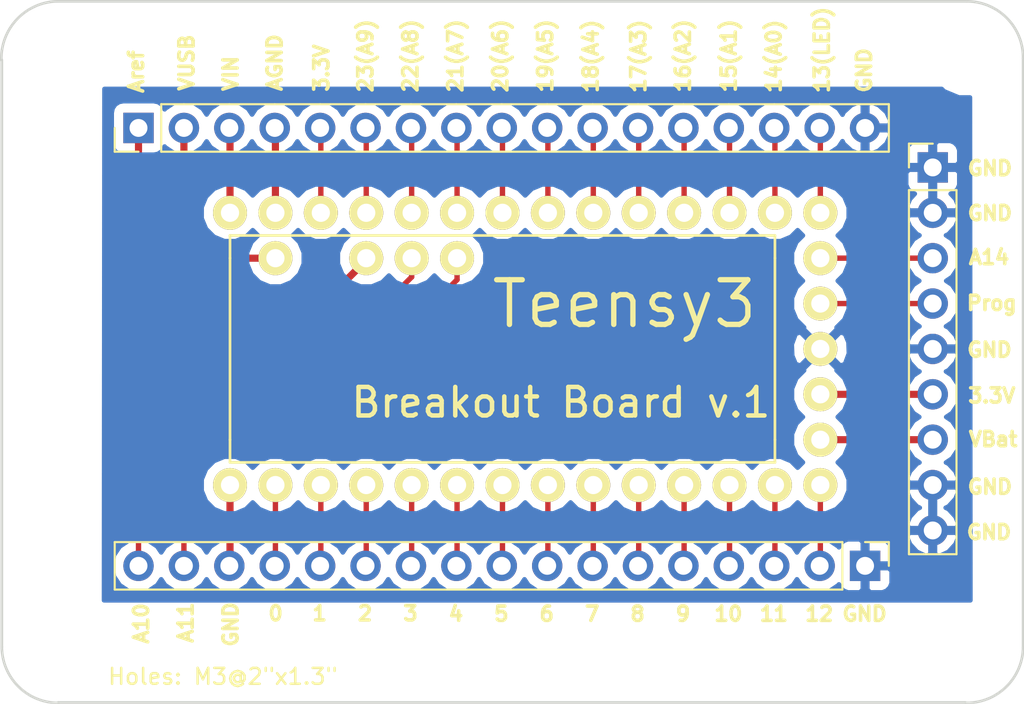
<source format=kicad_pcb>
(kicad_pcb (version 4) (host pcbnew 4.0.6)

  (general
    (links 43)
    (no_connects 0)
    (area 123.166248 76.1464 200.353553 119.071)
    (thickness 1.6)
    (drawings 54)
    (tracks 80)
    (zones 0)
    (modules 8)
    (nets 38)
  )

  (page A4)
  (layers
    (0 F.Cu signal)
    (31 B.Cu signal hide)
    (32 B.Adhes user hide)
    (33 F.Adhes user hide)
    (34 B.Paste user hide)
    (35 F.Paste user hide)
    (36 B.SilkS user)
    (37 F.SilkS user)
    (38 B.Mask user)
    (39 F.Mask user hide)
    (40 Dwgs.User user)
    (41 Cmts.User user)
    (42 Eco1.User user)
    (43 Eco2.User user)
    (44 Edge.Cuts user)
    (45 Margin user)
    (46 B.CrtYd user)
    (47 F.CrtYd user)
    (48 B.Fab user)
    (49 F.Fab user hide)
  )

  (setup
    (last_trace_width 0.3)
    (trace_clearance 0.2)
    (zone_clearance 0.508)
    (zone_45_only no)
    (trace_min 0.2)
    (segment_width 0.2)
    (edge_width 0.15)
    (via_size 0.6)
    (via_drill 0.4)
    (via_min_size 0.4)
    (via_min_drill 0.3)
    (uvia_size 0.3)
    (uvia_drill 0.1)
    (uvias_allowed no)
    (uvia_min_size 0.2)
    (uvia_min_drill 0.1)
    (pcb_text_width 0.2)
    (pcb_text_size 0.8 0.8)
    (mod_edge_width 0.15)
    (mod_text_size 1 1)
    (mod_text_width 0.15)
    (pad_size 1.524 1.524)
    (pad_drill 0.762)
    (pad_to_mask_clearance 0.2)
    (aux_axis_origin 0 0)
    (visible_elements FFFFFF8F)
    (pcbplotparams
      (layerselection 0x00030_80000001)
      (usegerberextensions false)
      (excludeedgelayer true)
      (linewidth 0.100000)
      (plotframeref false)
      (viasonmask false)
      (mode 1)
      (useauxorigin false)
      (hpglpennumber 1)
      (hpglpenspeed 20)
      (hpglpendiameter 15)
      (hpglpenoverlay 2)
      (psnegative false)
      (psa4output false)
      (plotreference true)
      (plotvalue true)
      (plotinvisibletext false)
      (padsonsilk false)
      (subtractmaskfromsilk false)
      (outputformat 1)
      (mirror false)
      (drillshape 1)
      (scaleselection 1)
      (outputdirectory ""))
  )

  (net 0 "")
  (net 1 25)
  (net 2 12)
  (net 3 11)
  (net 4 10)
  (net 5 9)
  (net 6 8)
  (net 7 7)
  (net 8 6)
  (net 9 5)
  (net 10 4)
  (net 11 3)
  (net 12 2)
  (net 13 1)
  (net 14 0)
  (net 15 28)
  (net 16 29)
  (net 17 36)
  (net 18 35)
  (net 19 24)
  (net 20 23)
  (net 21 22)
  (net 22 21)
  (net 23 20)
  (net 24 19)
  (net 25 18)
  (net 26 17)
  (net 27 16)
  (net 28 15)
  (net 29 14)
  (net 30 13)
  (net 31 30)
  (net 32 27)
  (net 33 31)
  (net 34 32)
  (net 35 26)
  (net 36 34)
  (net 37 33)

  (net_class Default "This is the default net class."
    (clearance 0.2)
    (trace_width 0.3)
    (via_dia 0.6)
    (via_drill 0.4)
    (uvia_dia 0.3)
    (uvia_drill 0.1)
    (add_net 0)
    (add_net 1)
    (add_net 10)
    (add_net 11)
    (add_net 12)
    (add_net 13)
    (add_net 14)
    (add_net 15)
    (add_net 16)
    (add_net 17)
    (add_net 18)
    (add_net 19)
    (add_net 2)
    (add_net 20)
    (add_net 21)
    (add_net 22)
    (add_net 23)
    (add_net 24)
    (add_net 28)
    (add_net 29)
    (add_net 3)
    (add_net 35)
    (add_net 36)
    (add_net 4)
    (add_net 5)
    (add_net 6)
    (add_net 7)
    (add_net 8)
    (add_net 9)
  )

  (net_class GND ""
    (clearance 0.3)
    (trace_width 0.4)
    (via_dia 0.6)
    (via_drill 0.4)
    (uvia_dia 0.3)
    (uvia_drill 0.1)
    (add_net 25)
    (add_net 26)
    (add_net 27)
    (add_net 30)
    (add_net 31)
    (add_net 32)
    (add_net 33)
    (add_net 34)
  )

  (module Pin_Headers:Pin_Header_Straight_1x17_Pitch2.54mm (layer F.Cu) (tedit 59D761E9) (tstamp 59D74329)
    (at 181.483 109.5248 270)
    (descr "Through hole straight pin header, 1x17, 2.54mm pitch, single row")
    (tags "Through hole pin header THT 1x17 2.54mm single row")
    (path /59D735BB)
    (fp_text reference J1 (at 0 -2.33 270) (layer F.SilkS) hide
      (effects (font (size 1 1) (thickness 0.15)))
    )
    (fp_text value CONN_01X15 (at 2.6416 37.7444 360) (layer F.Fab)
      (effects (font (size 1 1) (thickness 0.15)))
    )
    (fp_line (start -0.635 -1.27) (end 1.27 -1.27) (layer F.Fab) (width 0.1))
    (fp_line (start 1.27 -1.27) (end 1.27 41.91) (layer F.Fab) (width 0.1))
    (fp_line (start 1.27 41.91) (end -1.27 41.91) (layer F.Fab) (width 0.1))
    (fp_line (start -1.27 41.91) (end -1.27 -0.635) (layer F.Fab) (width 0.1))
    (fp_line (start -1.27 -0.635) (end -0.635 -1.27) (layer F.Fab) (width 0.1))
    (fp_line (start -1.33 41.97) (end 1.33 41.97) (layer F.SilkS) (width 0.12))
    (fp_line (start -1.33 1.27) (end -1.33 41.97) (layer F.SilkS) (width 0.12))
    (fp_line (start 1.33 1.27) (end 1.33 41.97) (layer F.SilkS) (width 0.12))
    (fp_line (start -1.33 1.27) (end 1.33 1.27) (layer F.SilkS) (width 0.12))
    (fp_line (start -1.33 0) (end -1.33 -1.33) (layer F.SilkS) (width 0.12))
    (fp_line (start -1.33 -1.33) (end 0 -1.33) (layer F.SilkS) (width 0.12))
    (fp_line (start -1.8 -1.8) (end -1.8 42.45) (layer F.CrtYd) (width 0.05))
    (fp_line (start -1.8 42.45) (end 1.8 42.45) (layer F.CrtYd) (width 0.05))
    (fp_line (start 1.8 42.45) (end 1.8 -1.8) (layer F.CrtYd) (width 0.05))
    (fp_line (start 1.8 -1.8) (end -1.8 -1.8) (layer F.CrtYd) (width 0.05))
    (fp_text user %R (at 0 20.32 360) (layer F.Fab)
      (effects (font (size 1 1) (thickness 0.15)))
    )
    (pad 1 thru_hole rect (at 0 0 270) (size 1.7 1.7) (drill 1) (layers *.Cu *.Mask)
      (net 31 30))
    (pad 2 thru_hole oval (at 0 2.54 270) (size 1.7 1.7) (drill 1) (layers *.Cu *.Mask)
      (net 2 12))
    (pad 3 thru_hole oval (at 0 5.08 270) (size 1.7 1.7) (drill 1) (layers *.Cu *.Mask)
      (net 3 11))
    (pad 4 thru_hole oval (at 0 7.62 270) (size 1.7 1.7) (drill 1) (layers *.Cu *.Mask)
      (net 4 10))
    (pad 5 thru_hole oval (at 0 10.16 270) (size 1.7 1.7) (drill 1) (layers *.Cu *.Mask)
      (net 5 9))
    (pad 6 thru_hole oval (at 0 12.7 270) (size 1.7 1.7) (drill 1) (layers *.Cu *.Mask)
      (net 6 8))
    (pad 7 thru_hole oval (at 0 15.24 270) (size 1.7 1.7) (drill 1) (layers *.Cu *.Mask)
      (net 7 7))
    (pad 8 thru_hole oval (at 0 17.78 270) (size 1.7 1.7) (drill 1) (layers *.Cu *.Mask)
      (net 8 6))
    (pad 9 thru_hole oval (at 0 20.32 270) (size 1.7 1.7) (drill 1) (layers *.Cu *.Mask)
      (net 9 5))
    (pad 10 thru_hole oval (at 0 22.86 270) (size 1.7 1.7) (drill 1) (layers *.Cu *.Mask)
      (net 10 4))
    (pad 11 thru_hole oval (at 0 25.4 270) (size 1.7 1.7) (drill 1) (layers *.Cu *.Mask)
      (net 11 3))
    (pad 12 thru_hole oval (at 0 27.94 270) (size 1.7 1.7) (drill 1) (layers *.Cu *.Mask)
      (net 12 2))
    (pad 13 thru_hole oval (at 0 30.48 270) (size 1.7 1.7) (drill 1) (layers *.Cu *.Mask)
      (net 13 1))
    (pad 14 thru_hole oval (at 0 33.02 270) (size 1.7 1.7) (drill 1) (layers *.Cu *.Mask)
      (net 14 0))
    (pad 15 thru_hole oval (at 0 35.56 270) (size 1.7 1.7) (drill 1) (layers *.Cu *.Mask)
      (net 32 27))
    (pad 16 thru_hole oval (at 0 38.1 270) (size 1.7 1.7) (drill 1) (layers *.Cu *.Mask)
      (net 17 36))
    (pad 17 thru_hole oval (at 0 40.64 270) (size 1.7 1.7) (drill 1) (layers *.Cu *.Mask)
      (net 18 35))
    (model ${KISYS3DMOD}/Pin_Headers.3dshapes/Pin_Header_Straight_1x17_Pitch2.54mm.wrl
      (at (xyz 0 0 0))
      (scale (xyz 1 1 1))
      (rotate (xyz 0 0 0))
    )
  )

  (module Pin_Headers:Pin_Header_Straight_1x09_Pitch2.54mm (layer F.Cu) (tedit 59D761E6) (tstamp 59D74336)
    (at 185.2676 87.2236)
    (descr "Through hole straight pin header, 1x09, 2.54mm pitch, single row")
    (tags "Through hole pin header THT 1x09 2.54mm single row")
    (path /59D73A02)
    (fp_text reference J2 (at 0 -2.33) (layer F.SilkS) hide
      (effects (font (size 1 1) (thickness 0.15)))
    )
    (fp_text value CONN_01X09 (at 2.8448 3.2766 90) (layer F.Fab)
      (effects (font (size 1 1) (thickness 0.15)))
    )
    (fp_line (start -0.635 -1.27) (end 1.27 -1.27) (layer F.Fab) (width 0.1))
    (fp_line (start 1.27 -1.27) (end 1.27 21.59) (layer F.Fab) (width 0.1))
    (fp_line (start 1.27 21.59) (end -1.27 21.59) (layer F.Fab) (width 0.1))
    (fp_line (start -1.27 21.59) (end -1.27 -0.635) (layer F.Fab) (width 0.1))
    (fp_line (start -1.27 -0.635) (end -0.635 -1.27) (layer F.Fab) (width 0.1))
    (fp_line (start -1.33 21.65) (end 1.33 21.65) (layer F.SilkS) (width 0.12))
    (fp_line (start -1.33 1.27) (end -1.33 21.65) (layer F.SilkS) (width 0.12))
    (fp_line (start 1.33 1.27) (end 1.33 21.65) (layer F.SilkS) (width 0.12))
    (fp_line (start -1.33 1.27) (end 1.33 1.27) (layer F.SilkS) (width 0.12))
    (fp_line (start -1.33 0) (end -1.33 -1.33) (layer F.SilkS) (width 0.12))
    (fp_line (start -1.33 -1.33) (end 0 -1.33) (layer F.SilkS) (width 0.12))
    (fp_line (start -1.8 -1.8) (end -1.8 22.1) (layer F.CrtYd) (width 0.05))
    (fp_line (start -1.8 22.1) (end 1.8 22.1) (layer F.CrtYd) (width 0.05))
    (fp_line (start 1.8 22.1) (end 1.8 -1.8) (layer F.CrtYd) (width 0.05))
    (fp_line (start 1.8 -1.8) (end -1.8 -1.8) (layer F.CrtYd) (width 0.05))
    (fp_text user %R (at 0 10.16 90) (layer F.Fab)
      (effects (font (size 1 1) (thickness 0.15)))
    )
    (pad 1 thru_hole rect (at 0 0) (size 1.7 1.7) (drill 1) (layers *.Cu *.Mask)
      (net 31 30))
    (pad 2 thru_hole oval (at 0 2.54) (size 1.7 1.7) (drill 1) (layers *.Cu *.Mask)
      (net 31 30))
    (pad 3 thru_hole oval (at 0 5.08) (size 1.7 1.7) (drill 1) (layers *.Cu *.Mask)
      (net 15 28))
    (pad 4 thru_hole oval (at 0 7.62) (size 1.7 1.7) (drill 1) (layers *.Cu *.Mask)
      (net 16 29))
    (pad 5 thru_hole oval (at 0 10.16) (size 1.7 1.7) (drill 1) (layers *.Cu *.Mask)
      (net 31 30))
    (pad 6 thru_hole oval (at 0 12.7) (size 1.7 1.7) (drill 1) (layers *.Cu *.Mask)
      (net 33 31))
    (pad 7 thru_hole oval (at 0 15.24) (size 1.7 1.7) (drill 1) (layers *.Cu *.Mask)
      (net 34 32))
    (pad 8 thru_hole oval (at 0 17.78) (size 1.7 1.7) (drill 1) (layers *.Cu *.Mask)
      (net 31 30))
    (pad 9 thru_hole oval (at 0 20.32) (size 1.7 1.7) (drill 1) (layers *.Cu *.Mask)
      (net 31 30))
    (model ${KISYS3DMOD}/Pin_Headers.3dshapes/Pin_Header_Straight_1x09_Pitch2.54mm.wrl
      (at (xyz 0 0 0))
      (scale (xyz 1 1 1))
      (rotate (xyz 0 0 0))
    )
  )

  (module Pin_Headers:Pin_Header_Straight_1x17_Pitch2.54mm (layer F.Cu) (tedit 59D761ED) (tstamp 59D7434B)
    (at 140.843 85.0138 90)
    (descr "Through hole straight pin header, 1x17, 2.54mm pitch, single row")
    (tags "Through hole pin header THT 1x17 2.54mm single row")
    (path /59D72FA3)
    (fp_text reference J3 (at 0 -2.33 90) (layer F.SilkS) hide
      (effects (font (size 1 1) (thickness 0.15)))
    )
    (fp_text value CONN_01X15 (at 2.667 2.7686 180) (layer F.Fab)
      (effects (font (size 1 1) (thickness 0.15)))
    )
    (fp_line (start -0.635 -1.27) (end 1.27 -1.27) (layer F.Fab) (width 0.1))
    (fp_line (start 1.27 -1.27) (end 1.27 41.91) (layer F.Fab) (width 0.1))
    (fp_line (start 1.27 41.91) (end -1.27 41.91) (layer F.Fab) (width 0.1))
    (fp_line (start -1.27 41.91) (end -1.27 -0.635) (layer F.Fab) (width 0.1))
    (fp_line (start -1.27 -0.635) (end -0.635 -1.27) (layer F.Fab) (width 0.1))
    (fp_line (start -1.33 41.97) (end 1.33 41.97) (layer F.SilkS) (width 0.12))
    (fp_line (start -1.33 1.27) (end -1.33 41.97) (layer F.SilkS) (width 0.12))
    (fp_line (start 1.33 1.27) (end 1.33 41.97) (layer F.SilkS) (width 0.12))
    (fp_line (start -1.33 1.27) (end 1.33 1.27) (layer F.SilkS) (width 0.12))
    (fp_line (start -1.33 0) (end -1.33 -1.33) (layer F.SilkS) (width 0.12))
    (fp_line (start -1.33 -1.33) (end 0 -1.33) (layer F.SilkS) (width 0.12))
    (fp_line (start -1.8 -1.8) (end -1.8 42.45) (layer F.CrtYd) (width 0.05))
    (fp_line (start -1.8 42.45) (end 1.8 42.45) (layer F.CrtYd) (width 0.05))
    (fp_line (start 1.8 42.45) (end 1.8 -1.8) (layer F.CrtYd) (width 0.05))
    (fp_line (start 1.8 -1.8) (end -1.8 -1.8) (layer F.CrtYd) (width 0.05))
    (fp_text user %R (at 0 20.32 180) (layer F.Fab)
      (effects (font (size 1 1) (thickness 0.15)))
    )
    (pad 1 thru_hole rect (at 0 0 90) (size 1.7 1.7) (drill 1) (layers *.Cu *.Mask)
      (net 36 34))
    (pad 2 thru_hole oval (at 0 2.54 90) (size 1.7 1.7) (drill 1) (layers *.Cu *.Mask)
      (net 37 33))
    (pad 3 thru_hole oval (at 0 5.08 90) (size 1.7 1.7) (drill 1) (layers *.Cu *.Mask)
      (net 35 26))
    (pad 4 thru_hole oval (at 0 7.62 90) (size 1.7 1.7) (drill 1) (layers *.Cu *.Mask)
      (net 1 25))
    (pad 5 thru_hole oval (at 0 10.16 90) (size 1.7 1.7) (drill 1) (layers *.Cu *.Mask)
      (net 19 24))
    (pad 6 thru_hole oval (at 0 12.7 90) (size 1.7 1.7) (drill 1) (layers *.Cu *.Mask)
      (net 20 23))
    (pad 7 thru_hole oval (at 0 15.24 90) (size 1.7 1.7) (drill 1) (layers *.Cu *.Mask)
      (net 21 22))
    (pad 8 thru_hole oval (at 0 17.78 90) (size 1.7 1.7) (drill 1) (layers *.Cu *.Mask)
      (net 22 21))
    (pad 9 thru_hole oval (at 0 20.32 90) (size 1.7 1.7) (drill 1) (layers *.Cu *.Mask)
      (net 23 20))
    (pad 10 thru_hole oval (at 0 22.86 90) (size 1.7 1.7) (drill 1) (layers *.Cu *.Mask)
      (net 24 19))
    (pad 11 thru_hole oval (at 0 25.4 90) (size 1.7 1.7) (drill 1) (layers *.Cu *.Mask)
      (net 25 18))
    (pad 12 thru_hole oval (at 0 27.94 90) (size 1.7 1.7) (drill 1) (layers *.Cu *.Mask)
      (net 26 17))
    (pad 13 thru_hole oval (at 0 30.48 90) (size 1.7 1.7) (drill 1) (layers *.Cu *.Mask)
      (net 27 16))
    (pad 14 thru_hole oval (at 0 33.02 90) (size 1.7 1.7) (drill 1) (layers *.Cu *.Mask)
      (net 28 15))
    (pad 15 thru_hole oval (at 0 35.56 90) (size 1.7 1.7) (drill 1) (layers *.Cu *.Mask)
      (net 29 14))
    (pad 16 thru_hole oval (at 0 38.1 90) (size 1.7 1.7) (drill 1) (layers *.Cu *.Mask)
      (net 30 13))
    (pad 17 thru_hole oval (at 0 40.64 90) (size 1.7 1.7) (drill 1) (layers *.Cu *.Mask)
      (net 31 30))
    (model ${KISYS3DMOD}/Pin_Headers.3dshapes/Pin_Header_Straight_1x17_Pitch2.54mm.wrl
      (at (xyz 0 0 0))
      (scale (xyz 1 1 1))
      (rotate (xyz 0 0 0))
    )
  )

  (module Teensy-3:Teensy-3.1 (layer F.Cu) (tedit 59D761F5) (tstamp 59D74374)
    (at 148.5011 105.0036)
    (path /59D72C3C)
    (fp_text reference U1 (at -5.08 -7.62 90) (layer F.SilkS) hide
      (effects (font (size 1.5 1.5) (thickness 0.15)))
    )
    (fp_text value Teensy_3.1 (at 13.1191 -8.1026) (layer F.Fab)
      (effects (font (size 1.5 1.5) (thickness 0.15)))
    )
    (fp_line (start 27.94 -2.54) (end 27.94 -1.27) (layer F.SilkS) (width 0.15))
    (fp_line (start 27.94 -1.27) (end -2.54 -1.27) (layer F.SilkS) (width 0.15))
    (fp_line (start -2.54 -1.27) (end -2.54 -2.54) (layer F.SilkS) (width 0.15))
    (fp_line (start -2.54 -12.7) (end -2.54 -13.97) (layer F.SilkS) (width 0.15))
    (fp_line (start -2.54 -13.97) (end 27.94 -13.97) (layer F.SilkS) (width 0.15))
    (fp_line (start 27.94 -13.97) (end 27.94 -12.7) (layer F.SilkS) (width 0.15))
    (fp_line (start 27.94 -12.7) (end 27.94 -2.54) (layer F.SilkS) (width 0.15))
    (fp_line (start -2.54 -2.54) (end -2.54 -12.7) (layer F.SilkS) (width 0.15))
    (pad 36 thru_hole circle (at 10.16 -12.7) (size 1.9 1.9) (drill 1.016) (layers *.Cu *.Mask F.SilkS)
      (net 17 36))
    (pad 35 thru_hole circle (at 7.62 -12.7) (size 1.9 1.9) (drill 1.016) (layers *.Cu *.Mask F.SilkS)
      (net 18 35))
    (pad 34 thru_hole circle (at 5.08 -12.7) (size 1.9 1.9) (drill 1.016) (layers *.Cu *.Mask F.SilkS)
      (net 36 34))
    (pad 33 thru_hole circle (at 0 -12.7) (size 1.9 1.9) (drill 1.016) (layers *.Cu *.Mask F.SilkS)
      (net 37 33))
    (pad 32 thru_hole circle (at 30.48 -2.54) (size 1.9 1.9) (drill 1.016) (layers *.Cu *.Mask F.SilkS)
      (net 34 32))
    (pad 31 thru_hole circle (at 30.48 -5.08) (size 1.9 1.9) (drill 1.016) (layers *.Cu *.Mask F.SilkS)
      (net 33 31))
    (pad 30 thru_hole circle (at 30.48 -7.62) (size 1.9 1.9) (drill 1.016) (layers *.Cu *.Mask F.SilkS)
      (net 31 30))
    (pad 29 thru_hole circle (at 30.48 -10.16) (size 1.9 1.9) (drill 1.016) (layers *.Cu *.Mask F.SilkS)
      (net 16 29))
    (pad 28 thru_hole circle (at 30.48 -12.7) (size 1.9 1.9) (drill 1.016) (layers *.Cu *.Mask F.SilkS)
      (net 15 28))
    (pad 0 thru_hole circle (at 0 0) (size 1.9 1.9) (drill 1.016) (layers *.Cu *.Mask F.SilkS)
      (net 14 0))
    (pad 1 thru_hole circle (at 2.54 0) (size 1.9 1.9) (drill 1.016) (layers *.Cu *.Mask F.SilkS)
      (net 13 1))
    (pad 2 thru_hole circle (at 5.08 0) (size 1.9 1.9) (drill 1.016) (layers *.Cu *.Mask F.SilkS)
      (net 12 2))
    (pad 3 thru_hole circle (at 7.62 0) (size 1.9 1.9) (drill 1.016) (layers *.Cu *.Mask F.SilkS)
      (net 11 3))
    (pad 4 thru_hole circle (at 10.16 0) (size 1.9 1.9) (drill 1.016) (layers *.Cu *.Mask F.SilkS)
      (net 10 4))
    (pad 5 thru_hole circle (at 12.7 0) (size 1.9 1.9) (drill 1.016) (layers *.Cu *.Mask F.SilkS)
      (net 9 5))
    (pad 6 thru_hole circle (at 15.24 0) (size 1.9 1.9) (drill 1.016) (layers *.Cu *.Mask F.SilkS)
      (net 8 6))
    (pad 7 thru_hole circle (at 17.78 0) (size 1.9 1.9) (drill 1.016) (layers *.Cu *.Mask F.SilkS)
      (net 7 7))
    (pad 8 thru_hole circle (at 20.32 0) (size 1.9 1.9) (drill 1.016) (layers *.Cu *.Mask F.SilkS)
      (net 6 8))
    (pad 9 thru_hole circle (at 22.86 0) (size 1.9 1.9) (drill 1.016) (layers *.Cu *.Mask F.SilkS)
      (net 5 9))
    (pad 10 thru_hole circle (at 25.4 0) (size 1.9 1.9) (drill 1.016) (layers *.Cu *.Mask F.SilkS)
      (net 4 10))
    (pad 11 thru_hole circle (at 27.94 0) (size 1.9 1.9) (drill 1.016) (layers *.Cu *.Mask F.SilkS)
      (net 3 11))
    (pad 12 thru_hole circle (at 30.48 0) (size 1.9 1.9) (drill 1.016) (layers *.Cu *.Mask F.SilkS)
      (net 2 12))
    (pad 13 thru_hole circle (at 30.48 -15.24) (size 1.9 1.9) (drill 1.016) (layers *.Cu *.Mask F.SilkS)
      (net 30 13))
    (pad 14 thru_hole circle (at 27.94 -15.24) (size 1.9 1.9) (drill 1.016) (layers *.Cu *.Mask F.SilkS)
      (net 29 14))
    (pad 15 thru_hole circle (at 25.4 -15.24) (size 1.9 1.9) (drill 1.016) (layers *.Cu *.Mask F.SilkS)
      (net 28 15))
    (pad 16 thru_hole circle (at 22.86 -15.24) (size 1.9 1.9) (drill 1.016) (layers *.Cu *.Mask F.SilkS)
      (net 27 16))
    (pad 17 thru_hole circle (at 20.32 -15.24) (size 1.9 1.9) (drill 1.016) (layers *.Cu *.Mask F.SilkS)
      (net 26 17))
    (pad 18 thru_hole circle (at 17.78 -15.24) (size 1.9 1.9) (drill 1.016) (layers *.Cu *.Mask F.SilkS)
      (net 25 18))
    (pad 19 thru_hole circle (at 15.24 -15.24) (size 1.9 1.9) (drill 1.016) (layers *.Cu *.Mask F.SilkS)
      (net 24 19))
    (pad 20 thru_hole circle (at 12.7 -15.24) (size 1.9 1.9) (drill 1.016) (layers *.Cu *.Mask F.SilkS)
      (net 23 20))
    (pad 21 thru_hole circle (at 10.16 -15.24) (size 1.9 1.9) (drill 1.016) (layers *.Cu *.Mask F.SilkS)
      (net 22 21))
    (pad 22 thru_hole circle (at 7.62 -15.24) (size 1.9 1.9) (drill 1.016) (layers *.Cu *.Mask F.SilkS)
      (net 21 22))
    (pad 23 thru_hole circle (at 5.08 -15.24) (size 1.9 1.9) (drill 1.016) (layers *.Cu *.Mask F.SilkS)
      (net 20 23))
    (pad 24 thru_hole circle (at 2.54 -15.24) (size 1.9 1.9) (drill 1.016) (layers *.Cu *.Mask F.SilkS)
      (net 19 24))
    (pad 25 thru_hole circle (at 0 -15.24) (size 1.9 1.9) (drill 1.016) (layers *.Cu *.Mask F.SilkS)
      (net 1 25))
    (pad 26 thru_hole circle (at -2.54 -15.24) (size 1.9 1.9) (drill 1.016) (layers *.Cu *.Mask F.SilkS)
      (net 35 26))
    (pad 27 thru_hole circle (at -2.54 0) (size 1.9 1.9) (drill 1.016) (layers *.Cu *.Mask F.SilkS)
      (net 32 27))
  )

  (module Mounting_Holes:MountingHole_3.2mm_M3_ISO7380 (layer F.Cu) (tedit 59D76189) (tstamp 59D75C97)
    (at 187.1726 81.0714)
    (descr "Mounting Hole 3.2mm, no annular, M3, ISO7380")
    (tags "mounting hole 3.2mm no annular m3 iso7380")
    (attr virtual)
    (fp_text reference REF** (at 0 -3.85) (layer F.SilkS) hide
      (effects (font (size 1 1) (thickness 0.15)))
    )
    (fp_text value MountingHole_3.2mm_M3_ISO7380 (at 0 3.85) (layer F.Fab)
      (effects (font (size 1 1) (thickness 0.15)))
    )
    (fp_text user %R (at 0.3 0) (layer F.Fab)
      (effects (font (size 1 1) (thickness 0.15)))
    )
    (fp_circle (center 0 0) (end 2.85 0) (layer Cmts.User) (width 0.15))
    (fp_circle (center 0 0) (end 3.1 0) (layer F.CrtYd) (width 0.05))
    (pad 1 np_thru_hole circle (at 0 0) (size 3.2 3.2) (drill 3.2) (layers *.Cu *.Mask))
  )

  (module Mounting_Holes:MountingHole_3.2mm_M3_ISO7380 (layer F.Cu) (tedit 59D7618F) (tstamp 59D75DB5)
    (at 136.3472 114.046)
    (descr "Mounting Hole 3.2mm, no annular, M3, ISO7380")
    (tags "mounting hole 3.2mm no annular m3 iso7380")
    (attr virtual)
    (fp_text reference REF** (at 0 -3.85) (layer F.SilkS) hide
      (effects (font (size 1 1) (thickness 0.15)))
    )
    (fp_text value MountingHole_3.2mm_M3_ISO7380 (at 0 3.85) (layer F.Fab)
      (effects (font (size 1 1) (thickness 0.15)))
    )
    (fp_text user %R (at 0.3 0) (layer F.Fab)
      (effects (font (size 1 1) (thickness 0.15)))
    )
    (fp_circle (center 0 0) (end 2.85 0) (layer Cmts.User) (width 0.15))
    (fp_circle (center 0 0) (end 3.1 0) (layer F.CrtYd) (width 0.05))
    (pad 1 np_thru_hole circle (at 0 0) (size 3.2 3.2) (drill 3.2) (layers *.Cu *.Mask))
  )

  (module Mounting_Holes:MountingHole_3.2mm_M3_ISO7380 (layer F.Cu) (tedit 59D7618C) (tstamp 59D75E03)
    (at 187.1726 114.046)
    (descr "Mounting Hole 3.2mm, no annular, M3, ISO7380")
    (tags "mounting hole 3.2mm no annular m3 iso7380")
    (attr virtual)
    (fp_text reference REF** (at 0 -3.85) (layer F.SilkS) hide
      (effects (font (size 1 1) (thickness 0.15)))
    )
    (fp_text value MountingHole_3.2mm_M3_ISO7380 (at 0 3.85) (layer F.Fab)
      (effects (font (size 1 1) (thickness 0.15)))
    )
    (fp_text user %R (at 0.3 0) (layer F.Fab)
      (effects (font (size 1 1) (thickness 0.15)))
    )
    (fp_circle (center 0 0) (end 2.85 0) (layer Cmts.User) (width 0.15))
    (fp_circle (center 0 0) (end 3.1 0) (layer F.CrtYd) (width 0.05))
    (pad 1 np_thru_hole circle (at 0 0) (size 3.2 3.2) (drill 3.2) (layers *.Cu *.Mask))
  )

  (module Mounting_Holes:MountingHole_3.2mm_M3_ISO7380 (layer F.Cu) (tedit 59D76186) (tstamp 59D75EBB)
    (at 136.3472 81.0714)
    (descr "Mounting Hole 3.2mm, no annular, M3, ISO7380")
    (tags "mounting hole 3.2mm no annular m3 iso7380")
    (attr virtual)
    (fp_text reference REF** (at 0 -3.85) (layer F.SilkS) hide
      (effects (font (size 1 1) (thickness 0.15)))
    )
    (fp_text value MountingHole_3.2mm_M3_ISO7380 (at 0 3.85) (layer F.Fab)
      (effects (font (size 1 1) (thickness 0.15)))
    )
    (fp_text user %R (at 0.3 0) (layer F.Fab)
      (effects (font (size 1 1) (thickness 0.15)))
    )
    (fp_circle (center 0 0) (end 2.85 0) (layer Cmts.User) (width 0.15))
    (fp_circle (center 0 0) (end 3.1 0) (layer F.CrtYd) (width 0.05))
    (pad 1 np_thru_hole circle (at 0 0) (size 3.2 3.2) (drill 3.2) (layers *.Cu *.Mask))
  )

  (gr_text "Holes: M3@2\"x1.3\"" (at 145.5674 115.7224) (layer F.SilkS)
    (effects (font (size 0.889 0.889) (thickness 0.1397)))
  )
  (gr_line (start 133.1976 114.0714) (end 133.1976 81.2038) (angle 90) (layer Edge.Cuts) (width 0.15))
  (gr_arc (start 136.3472 114.046) (end 136.3726 117.1956) (angle 90) (layer Edge.Cuts) (width 0.15))
  (gr_line (start 187.0964 117.1702) (end 136.3472 117.1702) (angle 90) (layer Edge.Cuts) (width 0.15))
  (gr_arc (start 187.1726 114.046) (end 190.3222 114.0968) (angle 90) (layer Edge.Cuts) (width 0.15))
  (gr_line (start 190.3222 81.1276) (end 190.3222 114.0714) (angle 90) (layer Edge.Cuts) (width 0.15))
  (gr_arc (start 187.1726 81.0768) (end 187.198 77.9272) (angle 90) (layer Edge.Cuts) (width 0.15))
  (gr_line (start 136.2964 77.9272) (end 187.1726 77.9272) (angle 90) (layer Edge.Cuts) (width 0.15))
  (gr_arc (start 136.3726 81.1276) (end 133.1722 81.2292) (angle 90) (layer Edge.Cuts) (width 0.15))
  (gr_text "Breakout Board v.1" (at 164.465 100.3808) (layer F.SilkS)
    (effects (font (size 1.6 1.6) (thickness 0.25)))
  )
  (gr_text Teensy3 (at 168.021 94.869) (layer F.SilkS)
    (effects (font (size 2.5 2.5) (thickness 0.3)))
  )
  (gr_text GND (at 181.4576 112.2172) (layer F.SilkS)
    (effects (font (size 0.8 0.8) (thickness 0.2)))
  )
  (gr_text 12 (at 178.9176 112.2172) (layer F.SilkS)
    (effects (font (size 0.8 0.8) (thickness 0.2)))
  )
  (gr_text 11 (at 176.3776 112.2172) (layer F.SilkS)
    (effects (font (size 0.8 0.8) (thickness 0.2)))
  )
  (gr_text 10 (at 173.8376 112.2172) (layer F.SilkS)
    (effects (font (size 0.8 0.8) (thickness 0.2)))
  )
  (gr_text 9 (at 171.2976 112.2172) (layer F.SilkS)
    (effects (font (size 0.8 0.8) (thickness 0.2)))
  )
  (gr_text 8 (at 168.7576 112.2172) (layer F.SilkS)
    (effects (font (size 0.8 0.8) (thickness 0.2)))
  )
  (gr_text 7 (at 166.2176 112.2172) (layer F.SilkS)
    (effects (font (size 0.8 0.8) (thickness 0.2)))
  )
  (gr_text 6 (at 163.6776 112.2172) (layer F.SilkS)
    (effects (font (size 0.8 0.8) (thickness 0.2)))
  )
  (gr_text 5 (at 161.1376 112.2172) (layer F.SilkS)
    (effects (font (size 0.8 0.8) (thickness 0.2)))
  )
  (gr_text 4 (at 158.5976 112.2172) (layer F.SilkS)
    (effects (font (size 0.8 0.8) (thickness 0.2)))
  )
  (gr_text 3 (at 156.0576 112.1918) (layer F.SilkS)
    (effects (font (size 0.8 0.8) (thickness 0.2)))
  )
  (gr_text 2 (at 153.5176 112.1918) (layer F.SilkS)
    (effects (font (size 0.8 0.8) (thickness 0.2)))
  )
  (gr_text 1 (at 150.9776 112.1918) (layer F.SilkS)
    (effects (font (size 0.8 0.8) (thickness 0.2)))
  )
  (gr_text 0 (at 148.5138 112.1918) (layer F.SilkS)
    (effects (font (size 0.8 0.8) (thickness 0.2)))
  )
  (gr_text GND (at 145.9992 112.8014 90) (layer F.SilkS)
    (effects (font (size 0.8 0.8) (thickness 0.2)))
  )
  (gr_text A11 (at 143.4846 112.6998 90) (layer F.SilkS)
    (effects (font (size 0.8 0.8) (thickness 0.2)))
  )
  (gr_text A10 (at 140.9954 112.7506 90) (layer F.SilkS)
    (effects (font (size 0.8 0.8) (thickness 0.2)))
  )
  (gr_text Aref (at 140.716 81.8642 90) (layer F.SilkS)
    (effects (font (size 0.8 0.8) (thickness 0.2)))
  )
  (gr_text VUSB (at 143.5354 81.3562 90) (layer F.SilkS)
    (effects (font (size 0.8 0.8) (thickness 0.2)))
  )
  (gr_text VIN (at 145.9992 81.9658 90) (layer F.SilkS)
    (effects (font (size 0.8 0.8) (thickness 0.2)))
  )
  (gr_text AGND (at 148.463 81.3562 90) (layer F.SilkS)
    (effects (font (size 0.8 0.8) (thickness 0.2)))
  )
  (gr_text 3.3V (at 151.0792 81.661 90) (layer F.SilkS)
    (effects (font (size 0.8 0.8) (thickness 0.2)))
  )
  (gr_text "23(A9)" (at 153.543 80.9752 90) (layer F.SilkS)
    (effects (font (size 0.8 0.8) (thickness 0.2)))
  )
  (gr_text "22(A8)" (at 156.0576 80.9752 90) (layer F.SilkS)
    (effects (font (size 0.8 0.8) (thickness 0.2)))
  )
  (gr_text "21(A7)" (at 158.5722 80.9752 90) (layer F.SilkS)
    (effects (font (size 0.8 0.8) (thickness 0.2)))
  )
  (gr_text "20(A6)" (at 161.0868 80.9752 90) (layer F.SilkS)
    (effects (font (size 0.8 0.8) (thickness 0.2)))
  )
  (gr_text "19(A5)" (at 163.6014 80.9752 90) (layer F.SilkS)
    (effects (font (size 0.8 0.8) (thickness 0.2)))
  )
  (gr_text "18(A4)" (at 166.1414 81.0006 90) (layer F.SilkS)
    (effects (font (size 0.8 0.8) (thickness 0.2)))
  )
  (gr_text "17(A3)" (at 168.8084 81.0006 90) (layer F.SilkS)
    (effects (font (size 0.8 0.8) (thickness 0.2)))
  )
  (gr_text "16(A2)" (at 171.2976 80.9752 90) (layer F.SilkS)
    (effects (font (size 0.8 0.8) (thickness 0.2)))
  )
  (gr_text "15(A1)" (at 173.863 80.9752 90) (layer F.SilkS)
    (effects (font (size 0.8 0.8) (thickness 0.2)))
  )
  (gr_text "14(A0)" (at 176.3776 81.0006 90) (layer F.SilkS)
    (effects (font (size 0.8 0.8) (thickness 0.2)))
  )
  (gr_text "13(LED)" (at 179.07 80.645 90) (layer F.SilkS)
    (effects (font (size 0.8 0.8) (thickness 0.2)))
  )
  (gr_text GND (at 181.4322 81.788 90) (layer F.SilkS)
    (effects (font (size 0.8 0.8) (thickness 0.2)))
  )
  (gr_text GND (at 188.4172 107.6452) (layer F.SilkS)
    (effects (font (size 0.8 0.8) (thickness 0.2)))
  )
  (gr_text GND (at 188.468 105.1052) (layer F.SilkS)
    (effects (font (size 0.8 0.8) (thickness 0.2)))
  )
  (gr_text VBat (at 188.6458 102.4382) (layer F.SilkS)
    (effects (font (size 0.8 0.8) (thickness 0.2)))
  )
  (gr_text 3.3V (at 188.5696 99.9998) (layer F.SilkS)
    (effects (font (size 0.8 0.8) (thickness 0.2)))
  )
  (gr_text GND (at 188.4426 97.4344) (layer F.SilkS)
    (effects (font (size 0.8 0.8) (thickness 0.2)))
  )
  (gr_text Prog (at 188.5696 94.8182) (layer F.SilkS)
    (effects (font (size 0.8 0.8) (thickness 0.2)))
  )
  (gr_text A14 (at 188.4172 92.2528) (layer F.SilkS)
    (effects (font (size 0.8 0.8) (thickness 0.2)))
  )
  (gr_text GND (at 188.468 89.789) (layer F.SilkS)
    (effects (font (size 0.8 0.8) (thickness 0.2)))
  )
  (gr_text GND (at 188.468 87.2744) (layer F.SilkS)
    (effects (font (size 0.8 0.8) (thickness 0.2)))
  )

  (segment (start 148.5011 89.7636) (end 148.5011 85.0519) (width 0.4) (layer F.Cu) (net 1))
  (segment (start 148.5011 85.0519) (end 148.463 85.0138) (width 0.4) (layer F.Cu) (net 1) (tstamp 59D74DD8))
  (segment (start 178.9811 105.0036) (end 178.9811 109.4867) (width 0.3) (layer F.Cu) (net 2))
  (segment (start 178.9811 109.4867) (end 178.943 109.5248) (width 0.3) (layer F.Cu) (net 2) (tstamp 59D74DF8))
  (segment (start 176.4411 105.0036) (end 176.4411 109.4867) (width 0.3) (layer F.Cu) (net 3))
  (segment (start 176.4411 109.4867) (end 176.403 109.5248) (width 0.3) (layer F.Cu) (net 3) (tstamp 59D74DFB))
  (segment (start 173.9011 105.0036) (end 173.9011 109.4867) (width 0.3) (layer F.Cu) (net 4))
  (segment (start 173.9011 109.4867) (end 173.863 109.5248) (width 0.3) (layer F.Cu) (net 4) (tstamp 59D74DFE))
  (segment (start 171.3611 105.0036) (end 171.3611 109.4867) (width 0.3) (layer F.Cu) (net 5))
  (segment (start 171.3611 109.4867) (end 171.323 109.5248) (width 0.3) (layer F.Cu) (net 5) (tstamp 59D74E01))
  (segment (start 168.8211 105.0036) (end 168.8211 109.4867) (width 0.3) (layer F.Cu) (net 6))
  (segment (start 168.8211 109.4867) (end 168.783 109.5248) (width 0.3) (layer F.Cu) (net 6) (tstamp 59D74E04))
  (segment (start 166.2811 105.0036) (end 166.2811 109.4867) (width 0.3) (layer F.Cu) (net 7))
  (segment (start 166.2811 109.4867) (end 166.243 109.5248) (width 0.3) (layer F.Cu) (net 7) (tstamp 59D74E07))
  (segment (start 163.7411 105.0036) (end 163.7411 109.4867) (width 0.3) (layer F.Cu) (net 8))
  (segment (start 163.7411 109.4867) (end 163.703 109.5248) (width 0.3) (layer F.Cu) (net 8) (tstamp 59D74E16))
  (segment (start 161.2011 105.0036) (end 161.2011 109.4867) (width 0.3) (layer F.Cu) (net 9))
  (segment (start 161.2011 109.4867) (end 161.163 109.5248) (width 0.3) (layer F.Cu) (net 9) (tstamp 59D74E0D))
  (segment (start 158.6611 105.0036) (end 158.6611 109.4867) (width 0.3) (layer F.Cu) (net 10))
  (segment (start 158.6611 109.4867) (end 158.623 109.5248) (width 0.3) (layer F.Cu) (net 10) (tstamp 59D74E1E))
  (segment (start 156.1211 105.0036) (end 156.1211 109.4867) (width 0.3) (layer F.Cu) (net 11))
  (segment (start 156.1211 109.4867) (end 156.083 109.5248) (width 0.3) (layer F.Cu) (net 11) (tstamp 59D74E21))
  (segment (start 153.5811 105.0036) (end 153.5811 109.4867) (width 0.3) (layer F.Cu) (net 12))
  (segment (start 153.5811 109.4867) (end 153.543 109.5248) (width 0.3) (layer F.Cu) (net 12) (tstamp 59D74E24))
  (segment (start 151.0411 105.0036) (end 151.0411 109.4867) (width 0.3) (layer F.Cu) (net 13))
  (segment (start 151.0411 109.4867) (end 151.003 109.5248) (width 0.3) (layer F.Cu) (net 13) (tstamp 59D74E27))
  (segment (start 148.5011 105.0036) (end 148.5011 109.4867) (width 0.3) (layer F.Cu) (net 14))
  (segment (start 148.5011 109.4867) (end 148.463 109.5248) (width 0.3) (layer F.Cu) (net 14) (tstamp 59D74E2A))
  (segment (start 178.9811 92.3036) (end 185.2676 92.3036) (width 0.3) (layer F.Cu) (net 15))
  (segment (start 178.9811 94.8436) (end 185.2676 94.8436) (width 0.3) (layer F.Cu) (net 16))
  (segment (start 158.6611 92.3036) (end 158.6611 93.5101) (width 0.3) (layer F.Cu) (net 17))
  (segment (start 143.383 105.1052) (end 143.383 109.5248) (width 0.3) (layer F.Cu) (net 17) (tstamp 59D74EDA))
  (segment (start 145.3642 103.124) (end 143.383 105.1052) (width 0.3) (layer F.Cu) (net 17) (tstamp 59D74ED8))
  (segment (start 145.923 103.124) (end 145.3642 103.124) (width 0.3) (layer F.Cu) (net 17) (tstamp 59D74ED1))
  (segment (start 145.9484 103.0986) (end 145.923 103.124) (width 0.3) (layer F.Cu) (net 17) (tstamp 59D74ECF))
  (segment (start 149.0726 103.0986) (end 145.9484 103.0986) (width 0.3) (layer F.Cu) (net 17) (tstamp 59D74EC7))
  (segment (start 158.6611 93.5101) (end 149.0726 103.0986) (width 0.3) (layer F.Cu) (net 17) (tstamp 59D74EBF))
  (segment (start 156.1211 92.3036) (end 156.1211 93.3577) (width 0.3) (layer F.Cu) (net 18))
  (segment (start 140.843 106.6292) (end 140.843 109.5248) (width 0.3) (layer F.Cu) (net 18) (tstamp 59D74EE9))
  (segment (start 145.0086 102.4636) (end 140.843 106.6292) (width 0.3) (layer F.Cu) (net 18) (tstamp 59D74EE7))
  (segment (start 147.0152 102.4636) (end 145.0086 102.4636) (width 0.3) (layer F.Cu) (net 18) (tstamp 59D74EE4))
  (segment (start 156.1211 93.3577) (end 147.0152 102.4636) (width 0.3) (layer F.Cu) (net 18) (tstamp 59D74EDE))
  (segment (start 151.0411 89.7636) (end 151.0411 85.0519) (width 0.3) (layer F.Cu) (net 19))
  (segment (start 151.0411 85.0519) (end 151.003 85.0138) (width 0.3) (layer F.Cu) (net 19) (tstamp 59D74DD5))
  (segment (start 153.5811 89.7636) (end 153.5811 85.0519) (width 0.3) (layer F.Cu) (net 20))
  (segment (start 153.5811 85.0519) (end 153.543 85.0138) (width 0.3) (layer F.Cu) (net 20) (tstamp 59D74DD2))
  (segment (start 156.1211 89.7636) (end 156.1211 85.0519) (width 0.3) (layer F.Cu) (net 21))
  (segment (start 156.1211 85.0519) (end 156.083 85.0138) (width 0.3) (layer F.Cu) (net 21) (tstamp 59D74DCF))
  (segment (start 158.6611 89.7636) (end 158.6611 85.0519) (width 0.3) (layer F.Cu) (net 22))
  (segment (start 158.6611 85.0519) (end 158.623 85.0138) (width 0.3) (layer F.Cu) (net 22) (tstamp 59D74DCB))
  (segment (start 161.2011 89.7636) (end 161.2011 85.0519) (width 0.3) (layer F.Cu) (net 23))
  (segment (start 161.2011 85.0519) (end 161.163 85.0138) (width 0.3) (layer F.Cu) (net 23) (tstamp 59D74DC5))
  (segment (start 163.7411 89.7636) (end 163.7411 85.0519) (width 0.3) (layer F.Cu) (net 24))
  (segment (start 163.7411 85.0519) (end 163.703 85.0138) (width 0.3) (layer F.Cu) (net 24) (tstamp 59D74DA7))
  (segment (start 166.2811 89.7636) (end 166.2811 85.0519) (width 0.3) (layer F.Cu) (net 25))
  (segment (start 166.2811 85.0519) (end 166.243 85.0138) (width 0.3) (layer F.Cu) (net 25) (tstamp 59D74DDE))
  (segment (start 168.8211 89.7636) (end 168.8211 85.0519) (width 0.3) (layer F.Cu) (net 26))
  (segment (start 168.8211 85.0519) (end 168.783 85.0138) (width 0.3) (layer F.Cu) (net 26) (tstamp 59D74DE1))
  (segment (start 171.3611 89.7636) (end 171.3611 85.0519) (width 0.3) (layer F.Cu) (net 27))
  (segment (start 171.3611 85.0519) (end 171.323 85.0138) (width 0.3) (layer F.Cu) (net 27) (tstamp 59D74DE4))
  (segment (start 173.9011 89.7636) (end 173.9011 85.0519) (width 0.3) (layer F.Cu) (net 28))
  (segment (start 173.9011 85.0519) (end 173.863 85.0138) (width 0.3) (layer F.Cu) (net 28) (tstamp 59D74DE7))
  (segment (start 176.4411 89.7636) (end 176.4411 85.0519) (width 0.3) (layer F.Cu) (net 29))
  (segment (start 176.4411 85.0519) (end 176.403 85.0138) (width 0.3) (layer F.Cu) (net 29) (tstamp 59D74DEA))
  (segment (start 178.9811 89.7636) (end 178.9811 85.0519) (width 0.3) (layer F.Cu) (net 30))
  (segment (start 178.9811 85.0519) (end 178.943 85.0138) (width 0.3) (layer F.Cu) (net 30) (tstamp 59D74DED))
  (segment (start 145.9611 105.0036) (end 145.9611 109.4867) (width 0.4) (layer F.Cu) (net 32))
  (segment (start 145.9611 109.4867) (end 145.923 109.5248) (width 0.4) (layer F.Cu) (net 32) (tstamp 59D74E2D))
  (segment (start 178.9811 99.9236) (end 185.2676 99.9236) (width 0.4) (layer F.Cu) (net 33))
  (segment (start 178.9811 102.4636) (end 185.2676 102.4636) (width 0.4) (layer F.Cu) (net 34))
  (segment (start 145.9611 89.7636) (end 145.9611 85.0519) (width 0.4) (layer F.Cu) (net 35))
  (segment (start 145.9611 85.0519) (end 145.923 85.0138) (width 0.4) (layer F.Cu) (net 35) (tstamp 59D74DDB))
  (segment (start 153.5811 92.3036) (end 153.5811 92.4179) (width 0.4) (layer F.Cu) (net 36))
  (segment (start 153.5811 92.4179) (end 151.892 94.107) (width 0.4) (layer F.Cu) (net 36) (tstamp 59D74EF6))
  (segment (start 151.892 94.107) (end 144.399 94.107) (width 0.4) (layer F.Cu) (net 36) (tstamp 59D74EF7))
  (segment (start 144.399 94.107) (end 140.843 90.551) (width 0.4) (layer F.Cu) (net 36) (tstamp 59D74EFC))
  (segment (start 140.843 90.551) (end 140.843 85.0138) (width 0.4) (layer F.Cu) (net 36) (tstamp 59D74EFF))
  (segment (start 148.5011 92.3036) (end 144.9324 92.3036) (width 0.4) (layer F.Cu) (net 37))
  (segment (start 143.383 90.7542) (end 143.383 85.0138) (width 0.4) (layer F.Cu) (net 37) (tstamp 59D74EF2))
  (segment (start 144.9324 92.3036) (end 143.383 90.7542) (width 0.4) (layer F.Cu) (net 37) (tstamp 59D74EEE))

  (zone (net 31) (net_name 30) (layer B.Cu) (tstamp 59D74CAF) (hatch edge 0.508)
    (connect_pads (clearance 0.508))
    (min_thickness 0.254)
    (fill yes (arc_segments 16) (thermal_gap 0.508) (thermal_bridge_width 0.508))
    (polygon
      (pts
        (xy 138.811 82.7024) (xy 138.7856 111.5822) (xy 187.5028 111.5822) (xy 187.4774 82.7024)
      )
    )
    (filled_polygon
      (pts
        (xy 185.904921 82.965036) (xy 186.726081 83.306011) (xy 187.350932 83.306556) (xy 187.375688 111.4552) (xy 138.912712 111.4552)
        (xy 138.914435 109.495707) (xy 139.358 109.495707) (xy 139.358 109.553893) (xy 139.471039 110.122178) (xy 139.792946 110.603947)
        (xy 140.274715 110.925854) (xy 140.843 111.038893) (xy 141.411285 110.925854) (xy 141.893054 110.603947) (xy 142.113 110.274774)
        (xy 142.332946 110.603947) (xy 142.814715 110.925854) (xy 143.383 111.038893) (xy 143.951285 110.925854) (xy 144.433054 110.603947)
        (xy 144.653 110.274774) (xy 144.872946 110.603947) (xy 145.354715 110.925854) (xy 145.923 111.038893) (xy 146.491285 110.925854)
        (xy 146.973054 110.603947) (xy 147.193 110.274774) (xy 147.412946 110.603947) (xy 147.894715 110.925854) (xy 148.463 111.038893)
        (xy 149.031285 110.925854) (xy 149.513054 110.603947) (xy 149.733 110.274774) (xy 149.952946 110.603947) (xy 150.434715 110.925854)
        (xy 151.003 111.038893) (xy 151.571285 110.925854) (xy 152.053054 110.603947) (xy 152.273 110.274774) (xy 152.492946 110.603947)
        (xy 152.974715 110.925854) (xy 153.543 111.038893) (xy 154.111285 110.925854) (xy 154.593054 110.603947) (xy 154.813 110.274774)
        (xy 155.032946 110.603947) (xy 155.514715 110.925854) (xy 156.083 111.038893) (xy 156.651285 110.925854) (xy 157.133054 110.603947)
        (xy 157.353 110.274774) (xy 157.572946 110.603947) (xy 158.054715 110.925854) (xy 158.623 111.038893) (xy 159.191285 110.925854)
        (xy 159.673054 110.603947) (xy 159.893 110.274774) (xy 160.112946 110.603947) (xy 160.594715 110.925854) (xy 161.163 111.038893)
        (xy 161.731285 110.925854) (xy 162.213054 110.603947) (xy 162.433 110.274774) (xy 162.652946 110.603947) (xy 163.134715 110.925854)
        (xy 163.703 111.038893) (xy 164.271285 110.925854) (xy 164.753054 110.603947) (xy 164.973 110.274774) (xy 165.192946 110.603947)
        (xy 165.674715 110.925854) (xy 166.243 111.038893) (xy 166.811285 110.925854) (xy 167.293054 110.603947) (xy 167.513 110.274774)
        (xy 167.732946 110.603947) (xy 168.214715 110.925854) (xy 168.783 111.038893) (xy 169.351285 110.925854) (xy 169.833054 110.603947)
        (xy 170.053 110.274774) (xy 170.272946 110.603947) (xy 170.754715 110.925854) (xy 171.323 111.038893) (xy 171.891285 110.925854)
        (xy 172.373054 110.603947) (xy 172.593 110.274774) (xy 172.812946 110.603947) (xy 173.294715 110.925854) (xy 173.863 111.038893)
        (xy 174.431285 110.925854) (xy 174.913054 110.603947) (xy 175.133 110.274774) (xy 175.352946 110.603947) (xy 175.834715 110.925854)
        (xy 176.403 111.038893) (xy 176.971285 110.925854) (xy 177.453054 110.603947) (xy 177.673 110.274774) (xy 177.892946 110.603947)
        (xy 178.374715 110.925854) (xy 178.943 111.038893) (xy 179.511285 110.925854) (xy 179.993054 110.603947) (xy 180.022403 110.560023)
        (xy 180.094673 110.734498) (xy 180.273301 110.913127) (xy 180.50669 111.0098) (xy 181.19725 111.0098) (xy 181.356 110.85105)
        (xy 181.356 109.6518) (xy 181.61 109.6518) (xy 181.61 110.85105) (xy 181.76875 111.0098) (xy 182.45931 111.0098)
        (xy 182.692699 110.913127) (xy 182.871327 110.734498) (xy 182.968 110.501109) (xy 182.968 109.81055) (xy 182.80925 109.6518)
        (xy 181.61 109.6518) (xy 181.356 109.6518) (xy 181.336 109.6518) (xy 181.336 109.3978) (xy 181.356 109.3978)
        (xy 181.356 108.19855) (xy 181.61 108.19855) (xy 181.61 109.3978) (xy 182.80925 109.3978) (xy 182.968 109.23905)
        (xy 182.968 108.548491) (xy 182.871327 108.315102) (xy 182.692699 108.136473) (xy 182.45931 108.0398) (xy 181.76875 108.0398)
        (xy 181.61 108.19855) (xy 181.356 108.19855) (xy 181.19725 108.0398) (xy 180.50669 108.0398) (xy 180.273301 108.136473)
        (xy 180.094673 108.315102) (xy 180.022403 108.489577) (xy 179.993054 108.445653) (xy 179.511285 108.123746) (xy 178.943 108.010707)
        (xy 178.374715 108.123746) (xy 177.892946 108.445653) (xy 177.673 108.774826) (xy 177.453054 108.445653) (xy 176.971285 108.123746)
        (xy 176.403 108.010707) (xy 175.834715 108.123746) (xy 175.352946 108.445653) (xy 175.133 108.774826) (xy 174.913054 108.445653)
        (xy 174.431285 108.123746) (xy 173.863 108.010707) (xy 173.294715 108.123746) (xy 172.812946 108.445653) (xy 172.593 108.774826)
        (xy 172.373054 108.445653) (xy 171.891285 108.123746) (xy 171.323 108.010707) (xy 170.754715 108.123746) (xy 170.272946 108.445653)
        (xy 170.053 108.774826) (xy 169.833054 108.445653) (xy 169.351285 108.123746) (xy 168.783 108.010707) (xy 168.214715 108.123746)
        (xy 167.732946 108.445653) (xy 167.513 108.774826) (xy 167.293054 108.445653) (xy 166.811285 108.123746) (xy 166.243 108.010707)
        (xy 165.674715 108.123746) (xy 165.192946 108.445653) (xy 164.973 108.774826) (xy 164.753054 108.445653) (xy 164.271285 108.123746)
        (xy 163.703 108.010707) (xy 163.134715 108.123746) (xy 162.652946 108.445653) (xy 162.433 108.774826) (xy 162.213054 108.445653)
        (xy 161.731285 108.123746) (xy 161.163 108.010707) (xy 160.594715 108.123746) (xy 160.112946 108.445653) (xy 159.893 108.774826)
        (xy 159.673054 108.445653) (xy 159.191285 108.123746) (xy 158.623 108.010707) (xy 158.054715 108.123746) (xy 157.572946 108.445653)
        (xy 157.353 108.774826) (xy 157.133054 108.445653) (xy 156.651285 108.123746) (xy 156.083 108.010707) (xy 155.514715 108.123746)
        (xy 155.032946 108.445653) (xy 154.813 108.774826) (xy 154.593054 108.445653) (xy 154.111285 108.123746) (xy 153.543 108.010707)
        (xy 152.974715 108.123746) (xy 152.492946 108.445653) (xy 152.273 108.774826) (xy 152.053054 108.445653) (xy 151.571285 108.123746)
        (xy 151.003 108.010707) (xy 150.434715 108.123746) (xy 149.952946 108.445653) (xy 149.733 108.774826) (xy 149.513054 108.445653)
        (xy 149.031285 108.123746) (xy 148.463 108.010707) (xy 147.894715 108.123746) (xy 147.412946 108.445653) (xy 147.193 108.774826)
        (xy 146.973054 108.445653) (xy 146.491285 108.123746) (xy 145.923 108.010707) (xy 145.354715 108.123746) (xy 144.872946 108.445653)
        (xy 144.653 108.774826) (xy 144.433054 108.445653) (xy 143.951285 108.123746) (xy 143.383 108.010707) (xy 142.814715 108.123746)
        (xy 142.332946 108.445653) (xy 142.113 108.774826) (xy 141.893054 108.445653) (xy 141.411285 108.123746) (xy 140.843 108.010707)
        (xy 140.274715 108.123746) (xy 139.792946 108.445653) (xy 139.471039 108.927422) (xy 139.358 109.495707) (xy 138.914435 109.495707)
        (xy 138.915837 107.90049) (xy 183.826124 107.90049) (xy 183.995955 108.310524) (xy 184.386242 108.738783) (xy 184.910708 108.985086)
        (xy 185.1406 108.864419) (xy 185.1406 107.6706) (xy 185.3946 107.6706) (xy 185.3946 108.864419) (xy 185.624492 108.985086)
        (xy 186.148958 108.738783) (xy 186.539245 108.310524) (xy 186.709076 107.90049) (xy 186.587755 107.6706) (xy 185.3946 107.6706)
        (xy 185.1406 107.6706) (xy 183.947445 107.6706) (xy 183.826124 107.90049) (xy 138.915837 107.90049) (xy 138.918109 105.317493)
        (xy 144.375825 105.317493) (xy 144.616619 105.900257) (xy 145.062097 106.346514) (xy 145.644441 106.588324) (xy 146.274993 106.588875)
        (xy 146.857757 106.348081) (xy 147.231361 105.975129) (xy 147.602097 106.346514) (xy 148.184441 106.588324) (xy 148.814993 106.588875)
        (xy 149.397757 106.348081) (xy 149.771361 105.975129) (xy 150.142097 106.346514) (xy 150.724441 106.588324) (xy 151.354993 106.588875)
        (xy 151.937757 106.348081) (xy 152.311361 105.975129) (xy 152.682097 106.346514) (xy 153.264441 106.588324) (xy 153.894993 106.588875)
        (xy 154.477757 106.348081) (xy 154.851361 105.975129) (xy 155.222097 106.346514) (xy 155.804441 106.588324) (xy 156.434993 106.588875)
        (xy 157.017757 106.348081) (xy 157.391361 105.975129) (xy 157.762097 106.346514) (xy 158.344441 106.588324) (xy 158.974993 106.588875)
        (xy 159.557757 106.348081) (xy 159.931361 105.975129) (xy 160.302097 106.346514) (xy 160.884441 106.588324) (xy 161.514993 106.588875)
        (xy 162.097757 106.348081) (xy 162.471361 105.975129) (xy 162.842097 106.346514) (xy 163.424441 106.588324) (xy 164.054993 106.588875)
        (xy 164.637757 106.348081) (xy 165.011361 105.975129) (xy 165.382097 106.346514) (xy 165.964441 106.588324) (xy 166.594993 106.588875)
        (xy 167.177757 106.348081) (xy 167.551361 105.975129) (xy 167.922097 106.346514) (xy 168.504441 106.588324) (xy 169.134993 106.588875)
        (xy 169.717757 106.348081) (xy 170.091361 105.975129) (xy 170.462097 106.346514) (xy 171.044441 106.588324) (xy 171.674993 106.588875)
        (xy 172.257757 106.348081) (xy 172.631361 105.975129) (xy 173.002097 106.346514) (xy 173.584441 106.588324) (xy 174.214993 106.588875)
        (xy 174.797757 106.348081) (xy 175.171361 105.975129) (xy 175.542097 106.346514) (xy 176.124441 106.588324) (xy 176.754993 106.588875)
        (xy 177.337757 106.348081) (xy 177.711361 105.975129) (xy 178.082097 106.346514) (xy 178.664441 106.588324) (xy 179.294993 106.588875)
        (xy 179.877757 106.348081) (xy 180.324014 105.902603) (xy 180.549118 105.36049) (xy 183.826124 105.36049) (xy 183.995955 105.770524)
        (xy 184.386242 106.198783) (xy 184.545554 106.2736) (xy 184.386242 106.348417) (xy 183.995955 106.776676) (xy 183.826124 107.18671)
        (xy 183.947445 107.4166) (xy 185.1406 107.4166) (xy 185.1406 105.1306) (xy 185.3946 105.1306) (xy 185.3946 107.4166)
        (xy 186.587755 107.4166) (xy 186.709076 107.18671) (xy 186.539245 106.776676) (xy 186.148958 106.348417) (xy 185.989646 106.2736)
        (xy 186.148958 106.198783) (xy 186.539245 105.770524) (xy 186.709076 105.36049) (xy 186.587755 105.1306) (xy 185.3946 105.1306)
        (xy 185.1406 105.1306) (xy 183.947445 105.1306) (xy 183.826124 105.36049) (xy 180.549118 105.36049) (xy 180.565824 105.320259)
        (xy 180.566375 104.689707) (xy 180.325581 104.106943) (xy 179.952629 103.733339) (xy 180.324014 103.362603) (xy 180.565824 102.780259)
        (xy 180.566375 102.149707) (xy 180.325581 101.566943) (xy 179.952629 101.193339) (xy 180.324014 100.822603) (xy 180.565824 100.240259)
        (xy 180.5661 99.9236) (xy 183.753507 99.9236) (xy 183.866546 100.491885) (xy 184.188453 100.973654) (xy 184.517626 101.1936)
        (xy 184.188453 101.413546) (xy 183.866546 101.895315) (xy 183.753507 102.4636) (xy 183.866546 103.031885) (xy 184.188453 103.513654)
        (xy 184.529153 103.741302) (xy 184.386242 103.808417) (xy 183.995955 104.236676) (xy 183.826124 104.64671) (xy 183.947445 104.8766)
        (xy 185.1406 104.8766) (xy 185.1406 104.8566) (xy 185.3946 104.8566) (xy 185.3946 104.8766) (xy 186.587755 104.8766)
        (xy 186.709076 104.64671) (xy 186.539245 104.236676) (xy 186.148958 103.808417) (xy 186.006047 103.741302) (xy 186.346747 103.513654)
        (xy 186.668654 103.031885) (xy 186.781693 102.4636) (xy 186.668654 101.895315) (xy 186.346747 101.413546) (xy 186.017574 101.1936)
        (xy 186.346747 100.973654) (xy 186.668654 100.491885) (xy 186.781693 99.9236) (xy 186.668654 99.355315) (xy 186.346747 98.873546)
        (xy 186.006047 98.645898) (xy 186.148958 98.578783) (xy 186.539245 98.150524) (xy 186.709076 97.74049) (xy 186.587755 97.5106)
        (xy 185.3946 97.5106) (xy 185.3946 97.5306) (xy 185.1406 97.5306) (xy 185.1406 97.5106) (xy 183.947445 97.5106)
        (xy 183.826124 97.74049) (xy 183.995955 98.150524) (xy 184.386242 98.578783) (xy 184.529153 98.645898) (xy 184.188453 98.873546)
        (xy 183.866546 99.355315) (xy 183.753507 99.9236) (xy 180.5661 99.9236) (xy 180.566375 99.609707) (xy 180.325581 99.026943)
        (xy 179.886889 98.587484) (xy 179.917845 98.49995) (xy 178.9811 97.563205) (xy 178.044355 98.49995) (xy 178.075507 98.588039)
        (xy 177.638186 99.024597) (xy 177.396376 99.606941) (xy 177.395825 100.237493) (xy 177.636619 100.820257) (xy 178.009571 101.193861)
        (xy 177.638186 101.564597) (xy 177.396376 102.146941) (xy 177.395825 102.777493) (xy 177.636619 103.360257) (xy 178.009571 103.733861)
        (xy 177.710839 104.032071) (xy 177.340103 103.660686) (xy 176.757759 103.418876) (xy 176.127207 103.418325) (xy 175.544443 103.659119)
        (xy 175.170839 104.032071) (xy 174.800103 103.660686) (xy 174.217759 103.418876) (xy 173.587207 103.418325) (xy 173.004443 103.659119)
        (xy 172.630839 104.032071) (xy 172.260103 103.660686) (xy 171.677759 103.418876) (xy 171.047207 103.418325) (xy 170.464443 103.659119)
        (xy 170.090839 104.032071) (xy 169.720103 103.660686) (xy 169.137759 103.418876) (xy 168.507207 103.418325) (xy 167.924443 103.659119)
        (xy 167.550839 104.032071) (xy 167.180103 103.660686) (xy 166.597759 103.418876) (xy 165.967207 103.418325) (xy 165.384443 103.659119)
        (xy 165.010839 104.032071) (xy 164.640103 103.660686) (xy 164.057759 103.418876) (xy 163.427207 103.418325) (xy 162.844443 103.659119)
        (xy 162.470839 104.032071) (xy 162.100103 103.660686) (xy 161.517759 103.418876) (xy 160.887207 103.418325) (xy 160.304443 103.659119)
        (xy 159.930839 104.032071) (xy 159.560103 103.660686) (xy 158.977759 103.418876) (xy 158.347207 103.418325) (xy 157.764443 103.659119)
        (xy 157.390839 104.032071) (xy 157.020103 103.660686) (xy 156.437759 103.418876) (xy 155.807207 103.418325) (xy 155.224443 103.659119)
        (xy 154.850839 104.032071) (xy 154.480103 103.660686) (xy 153.897759 103.418876) (xy 153.267207 103.418325) (xy 152.684443 103.659119)
        (xy 152.310839 104.032071) (xy 151.940103 103.660686) (xy 151.357759 103.418876) (xy 150.727207 103.418325) (xy 150.144443 103.659119)
        (xy 149.770839 104.032071) (xy 149.400103 103.660686) (xy 148.817759 103.418876) (xy 148.187207 103.418325) (xy 147.604443 103.659119)
        (xy 147.230839 104.032071) (xy 146.860103 103.660686) (xy 146.277759 103.418876) (xy 145.647207 103.418325) (xy 145.064443 103.659119)
        (xy 144.618186 104.104597) (xy 144.376376 104.686941) (xy 144.375825 105.317493) (xy 138.918109 105.317493) (xy 138.925308 97.130998)
        (xy 177.384912 97.130998) (xy 177.409748 97.761061) (xy 177.603081 98.227808) (xy 177.86475 98.320345) (xy 178.801495 97.3836)
        (xy 179.160705 97.3836) (xy 180.09745 98.320345) (xy 180.359119 98.227808) (xy 180.577288 97.636202) (xy 180.552452 97.006139)
        (xy 180.359119 96.539392) (xy 180.09745 96.446855) (xy 179.160705 97.3836) (xy 178.801495 97.3836) (xy 177.86475 96.446855)
        (xy 177.603081 96.539392) (xy 177.384912 97.130998) (xy 138.925308 97.130998) (xy 138.931512 90.077493) (xy 144.375825 90.077493)
        (xy 144.616619 90.660257) (xy 145.062097 91.106514) (xy 145.644441 91.348324) (xy 146.274993 91.348875) (xy 146.857757 91.108081)
        (xy 147.231361 90.735129) (xy 147.529571 91.033861) (xy 147.158186 91.404597) (xy 146.916376 91.986941) (xy 146.915825 92.617493)
        (xy 147.156619 93.200257) (xy 147.602097 93.646514) (xy 148.184441 93.888324) (xy 148.814993 93.888875) (xy 149.397757 93.648081)
        (xy 149.844014 93.202603) (xy 150.085824 92.620259) (xy 150.086375 91.989707) (xy 149.845581 91.406943) (xy 149.472629 91.033339)
        (xy 149.771361 90.735129) (xy 150.142097 91.106514) (xy 150.724441 91.348324) (xy 151.354993 91.348875) (xy 151.937757 91.108081)
        (xy 152.311361 90.735129) (xy 152.609571 91.033861) (xy 152.238186 91.404597) (xy 151.996376 91.986941) (xy 151.995825 92.617493)
        (xy 152.236619 93.200257) (xy 152.682097 93.646514) (xy 153.264441 93.888324) (xy 153.894993 93.888875) (xy 154.477757 93.648081)
        (xy 154.851361 93.275129) (xy 155.222097 93.646514) (xy 155.804441 93.888324) (xy 156.434993 93.888875) (xy 157.017757 93.648081)
        (xy 157.391361 93.275129) (xy 157.762097 93.646514) (xy 158.344441 93.888324) (xy 158.974993 93.888875) (xy 159.557757 93.648081)
        (xy 160.004014 93.202603) (xy 160.245824 92.620259) (xy 160.246375 91.989707) (xy 160.005581 91.406943) (xy 159.632629 91.033339)
        (xy 159.931361 90.735129) (xy 160.302097 91.106514) (xy 160.884441 91.348324) (xy 161.514993 91.348875) (xy 162.097757 91.108081)
        (xy 162.471361 90.735129) (xy 162.842097 91.106514) (xy 163.424441 91.348324) (xy 164.054993 91.348875) (xy 164.637757 91.108081)
        (xy 165.011361 90.735129) (xy 165.382097 91.106514) (xy 165.964441 91.348324) (xy 166.594993 91.348875) (xy 167.177757 91.108081)
        (xy 167.551361 90.735129) (xy 167.922097 91.106514) (xy 168.504441 91.348324) (xy 169.134993 91.348875) (xy 169.717757 91.108081)
        (xy 170.091361 90.735129) (xy 170.462097 91.106514) (xy 171.044441 91.348324) (xy 171.674993 91.348875) (xy 172.257757 91.108081)
        (xy 172.631361 90.735129) (xy 173.002097 91.106514) (xy 173.584441 91.348324) (xy 174.214993 91.348875) (xy 174.797757 91.108081)
        (xy 175.171361 90.735129) (xy 175.542097 91.106514) (xy 176.124441 91.348324) (xy 176.754993 91.348875) (xy 177.337757 91.108081)
        (xy 177.711361 90.735129) (xy 178.009571 91.033861) (xy 177.638186 91.404597) (xy 177.396376 91.986941) (xy 177.395825 92.617493)
        (xy 177.636619 93.200257) (xy 178.009571 93.573861) (xy 177.638186 93.944597) (xy 177.396376 94.526941) (xy 177.395825 95.157493)
        (xy 177.636619 95.740257) (xy 178.075311 96.179716) (xy 178.044355 96.26725) (xy 178.9811 97.203995) (xy 179.917845 96.26725)
        (xy 179.886693 96.179161) (xy 180.324014 95.742603) (xy 180.565824 95.160259) (xy 180.566375 94.529707) (xy 180.325581 93.946943)
        (xy 179.952629 93.573339) (xy 180.324014 93.202603) (xy 180.565824 92.620259) (xy 180.5661 92.3036) (xy 183.753507 92.3036)
        (xy 183.866546 92.871885) (xy 184.188453 93.353654) (xy 184.517626 93.5736) (xy 184.188453 93.793546) (xy 183.866546 94.275315)
        (xy 183.753507 94.8436) (xy 183.866546 95.411885) (xy 184.188453 95.893654) (xy 184.529153 96.121302) (xy 184.386242 96.188417)
        (xy 183.995955 96.616676) (xy 183.826124 97.02671) (xy 183.947445 97.2566) (xy 185.1406 97.2566) (xy 185.1406 97.2366)
        (xy 185.3946 97.2366) (xy 185.3946 97.2566) (xy 186.587755 97.2566) (xy 186.709076 97.02671) (xy 186.539245 96.616676)
        (xy 186.148958 96.188417) (xy 186.006047 96.121302) (xy 186.346747 95.893654) (xy 186.668654 95.411885) (xy 186.781693 94.8436)
        (xy 186.668654 94.275315) (xy 186.346747 93.793546) (xy 186.017574 93.5736) (xy 186.346747 93.353654) (xy 186.668654 92.871885)
        (xy 186.781693 92.3036) (xy 186.668654 91.735315) (xy 186.346747 91.253546) (xy 186.006047 91.025898) (xy 186.148958 90.958783)
        (xy 186.539245 90.530524) (xy 186.709076 90.12049) (xy 186.587755 89.8906) (xy 185.3946 89.8906) (xy 185.3946 89.9106)
        (xy 185.1406 89.9106) (xy 185.1406 89.8906) (xy 183.947445 89.8906) (xy 183.826124 90.12049) (xy 183.995955 90.530524)
        (xy 184.386242 90.958783) (xy 184.529153 91.025898) (xy 184.188453 91.253546) (xy 183.866546 91.735315) (xy 183.753507 92.3036)
        (xy 180.5661 92.3036) (xy 180.566375 91.989707) (xy 180.325581 91.406943) (xy 179.952629 91.033339) (xy 180.324014 90.662603)
        (xy 180.565824 90.080259) (xy 180.566375 89.449707) (xy 180.325581 88.866943) (xy 179.880103 88.420686) (xy 179.297759 88.178876)
        (xy 178.667207 88.178325) (xy 178.084443 88.419119) (xy 177.710839 88.792071) (xy 177.340103 88.420686) (xy 176.757759 88.178876)
        (xy 176.127207 88.178325) (xy 175.544443 88.419119) (xy 175.170839 88.792071) (xy 174.800103 88.420686) (xy 174.217759 88.178876)
        (xy 173.587207 88.178325) (xy 173.004443 88.419119) (xy 172.630839 88.792071) (xy 172.260103 88.420686) (xy 171.677759 88.178876)
        (xy 171.047207 88.178325) (xy 170.464443 88.419119) (xy 170.090839 88.792071) (xy 169.720103 88.420686) (xy 169.137759 88.178876)
        (xy 168.507207 88.178325) (xy 167.924443 88.419119) (xy 167.550839 88.792071) (xy 167.180103 88.420686) (xy 166.597759 88.178876)
        (xy 165.967207 88.178325) (xy 165.384443 88.419119) (xy 165.010839 88.792071) (xy 164.640103 88.420686) (xy 164.057759 88.178876)
        (xy 163.427207 88.178325) (xy 162.844443 88.419119) (xy 162.470839 88.792071) (xy 162.100103 88.420686) (xy 161.517759 88.178876)
        (xy 160.887207 88.178325) (xy 160.304443 88.419119) (xy 159.930839 88.792071) (xy 159.560103 88.420686) (xy 158.977759 88.178876)
        (xy 158.347207 88.178325) (xy 157.764443 88.419119) (xy 157.390839 88.792071) (xy 157.020103 88.420686) (xy 156.437759 88.178876)
        (xy 155.807207 88.178325) (xy 155.224443 88.419119) (xy 154.850839 88.792071) (xy 154.480103 88.420686) (xy 153.897759 88.178876)
        (xy 153.267207 88.178325) (xy 152.684443 88.419119) (xy 152.310839 88.792071) (xy 151.940103 88.420686) (xy 151.357759 88.178876)
        (xy 150.727207 88.178325) (xy 150.144443 88.419119) (xy 149.770839 88.792071) (xy 149.400103 88.420686) (xy 148.817759 88.178876)
        (xy 148.187207 88.178325) (xy 147.604443 88.419119) (xy 147.230839 88.792071) (xy 146.860103 88.420686) (xy 146.277759 88.178876)
        (xy 145.647207 88.178325) (xy 145.064443 88.419119) (xy 144.618186 88.864597) (xy 144.376376 89.446941) (xy 144.375825 90.077493)
        (xy 138.931512 90.077493) (xy 138.933771 87.50935) (xy 183.7826 87.50935) (xy 183.7826 88.19991) (xy 183.879273 88.433299)
        (xy 184.057902 88.611927) (xy 184.267478 88.698736) (xy 183.995955 88.996676) (xy 183.826124 89.40671) (xy 183.947445 89.6366)
        (xy 185.1406 89.6366) (xy 185.1406 87.3506) (xy 185.3946 87.3506) (xy 185.3946 89.6366) (xy 186.587755 89.6366)
        (xy 186.709076 89.40671) (xy 186.539245 88.996676) (xy 186.267722 88.698736) (xy 186.477298 88.611927) (xy 186.655927 88.433299)
        (xy 186.7526 88.19991) (xy 186.7526 87.50935) (xy 186.59385 87.3506) (xy 185.3946 87.3506) (xy 185.1406 87.3506)
        (xy 183.94135 87.3506) (xy 183.7826 87.50935) (xy 138.933771 87.50935) (xy 138.936714 84.1638) (xy 139.34556 84.1638)
        (xy 139.34556 85.8638) (xy 139.389838 86.099117) (xy 139.52891 86.315241) (xy 139.74111 86.460231) (xy 139.993 86.51124)
        (xy 141.693 86.51124) (xy 141.928317 86.466962) (xy 142.144441 86.32789) (xy 142.289431 86.11569) (xy 142.303086 86.048259)
        (xy 142.332946 86.092947) (xy 142.814715 86.414854) (xy 143.383 86.527893) (xy 143.951285 86.414854) (xy 144.433054 86.092947)
        (xy 144.653 85.763774) (xy 144.872946 86.092947) (xy 145.354715 86.414854) (xy 145.923 86.527893) (xy 146.491285 86.414854)
        (xy 146.973054 86.092947) (xy 147.193 85.763774) (xy 147.412946 86.092947) (xy 147.894715 86.414854) (xy 148.463 86.527893)
        (xy 149.031285 86.414854) (xy 149.513054 86.092947) (xy 149.733 85.763774) (xy 149.952946 86.092947) (xy 150.434715 86.414854)
        (xy 151.003 86.527893) (xy 151.571285 86.414854) (xy 152.053054 86.092947) (xy 152.273 85.763774) (xy 152.492946 86.092947)
        (xy 152.974715 86.414854) (xy 153.543 86.527893) (xy 154.111285 86.414854) (xy 154.593054 86.092947) (xy 154.813 85.763774)
        (xy 155.032946 86.092947) (xy 155.514715 86.414854) (xy 156.083 86.527893) (xy 156.651285 86.414854) (xy 157.133054 86.092947)
        (xy 157.353 85.763774) (xy 157.572946 86.092947) (xy 158.054715 86.414854) (xy 158.623 86.527893) (xy 159.191285 86.414854)
        (xy 159.673054 86.092947) (xy 159.893 85.763774) (xy 160.112946 86.092947) (xy 160.594715 86.414854) (xy 161.163 86.527893)
        (xy 161.731285 86.414854) (xy 162.213054 86.092947) (xy 162.433 85.763774) (xy 162.652946 86.092947) (xy 163.134715 86.414854)
        (xy 163.703 86.527893) (xy 164.271285 86.414854) (xy 164.753054 86.092947) (xy 164.973 85.763774) (xy 165.192946 86.092947)
        (xy 165.674715 86.414854) (xy 166.243 86.527893) (xy 166.811285 86.414854) (xy 167.293054 86.092947) (xy 167.513 85.763774)
        (xy 167.732946 86.092947) (xy 168.214715 86.414854) (xy 168.783 86.527893) (xy 169.351285 86.414854) (xy 169.833054 86.092947)
        (xy 170.053 85.763774) (xy 170.272946 86.092947) (xy 170.754715 86.414854) (xy 171.323 86.527893) (xy 171.891285 86.414854)
        (xy 172.373054 86.092947) (xy 172.593 85.763774) (xy 172.812946 86.092947) (xy 173.294715 86.414854) (xy 173.863 86.527893)
        (xy 174.431285 86.414854) (xy 174.913054 86.092947) (xy 175.133 85.763774) (xy 175.352946 86.092947) (xy 175.834715 86.414854)
        (xy 176.403 86.527893) (xy 176.971285 86.414854) (xy 177.453054 86.092947) (xy 177.673 85.763774) (xy 177.892946 86.092947)
        (xy 178.374715 86.414854) (xy 178.943 86.527893) (xy 179.511285 86.414854) (xy 179.993054 86.092947) (xy 180.220702 85.752247)
        (xy 180.287817 85.895158) (xy 180.716076 86.285445) (xy 181.12611 86.455276) (xy 181.356 86.333955) (xy 181.356 85.1408)
        (xy 181.61 85.1408) (xy 181.61 86.333955) (xy 181.83989 86.455276) (xy 182.249924 86.285445) (xy 182.291791 86.24729)
        (xy 183.7826 86.24729) (xy 183.7826 86.93785) (xy 183.94135 87.0966) (xy 185.1406 87.0966) (xy 185.1406 85.89735)
        (xy 185.3946 85.89735) (xy 185.3946 87.0966) (xy 186.59385 87.0966) (xy 186.7526 86.93785) (xy 186.7526 86.24729)
        (xy 186.655927 86.013901) (xy 186.477298 85.835273) (xy 186.243909 85.7386) (xy 185.55335 85.7386) (xy 185.3946 85.89735)
        (xy 185.1406 85.89735) (xy 184.98185 85.7386) (xy 184.291291 85.7386) (xy 184.057902 85.835273) (xy 183.879273 86.013901)
        (xy 183.7826 86.24729) (xy 182.291791 86.24729) (xy 182.678183 85.895158) (xy 182.924486 85.370692) (xy 182.803819 85.1408)
        (xy 181.61 85.1408) (xy 181.356 85.1408) (xy 181.336 85.1408) (xy 181.336 84.8868) (xy 181.356 84.8868)
        (xy 181.356 83.693645) (xy 181.61 83.693645) (xy 181.61 84.8868) (xy 182.803819 84.8868) (xy 182.924486 84.656908)
        (xy 182.678183 84.132442) (xy 182.249924 83.742155) (xy 181.83989 83.572324) (xy 181.61 83.693645) (xy 181.356 83.693645)
        (xy 181.12611 83.572324) (xy 180.716076 83.742155) (xy 180.287817 84.132442) (xy 180.220702 84.275353) (xy 179.993054 83.934653)
        (xy 179.511285 83.612746) (xy 178.943 83.499707) (xy 178.374715 83.612746) (xy 177.892946 83.934653) (xy 177.673 84.263826)
        (xy 177.453054 83.934653) (xy 176.971285 83.612746) (xy 176.403 83.499707) (xy 175.834715 83.612746) (xy 175.352946 83.934653)
        (xy 175.133 84.263826) (xy 174.913054 83.934653) (xy 174.431285 83.612746) (xy 173.863 83.499707) (xy 173.294715 83.612746)
        (xy 172.812946 83.934653) (xy 172.593 84.263826) (xy 172.373054 83.934653) (xy 171.891285 83.612746) (xy 171.323 83.499707)
        (xy 170.754715 83.612746) (xy 170.272946 83.934653) (xy 170.053 84.263826) (xy 169.833054 83.934653) (xy 169.351285 83.612746)
        (xy 168.783 83.499707) (xy 168.214715 83.612746) (xy 167.732946 83.934653) (xy 167.513 84.263826) (xy 167.293054 83.934653)
        (xy 166.811285 83.612746) (xy 166.243 83.499707) (xy 165.674715 83.612746) (xy 165.192946 83.934653) (xy 164.973 84.263826)
        (xy 164.753054 83.934653) (xy 164.271285 83.612746) (xy 163.703 83.499707) (xy 163.134715 83.612746) (xy 162.652946 83.934653)
        (xy 162.433 84.263826) (xy 162.213054 83.934653) (xy 161.731285 83.612746) (xy 161.163 83.499707) (xy 160.594715 83.612746)
        (xy 160.112946 83.934653) (xy 159.893 84.263826) (xy 159.673054 83.934653) (xy 159.191285 83.612746) (xy 158.623 83.499707)
        (xy 158.054715 83.612746) (xy 157.572946 83.934653) (xy 157.353 84.263826) (xy 157.133054 83.934653) (xy 156.651285 83.612746)
        (xy 156.083 83.499707) (xy 155.514715 83.612746) (xy 155.032946 83.934653) (xy 154.813 84.263826) (xy 154.593054 83.934653)
        (xy 154.111285 83.612746) (xy 153.543 83.499707) (xy 152.974715 83.612746) (xy 152.492946 83.934653) (xy 152.273 84.263826)
        (xy 152.053054 83.934653) (xy 151.571285 83.612746) (xy 151.003 83.499707) (xy 150.434715 83.612746) (xy 149.952946 83.934653)
        (xy 149.733 84.263826) (xy 149.513054 83.934653) (xy 149.031285 83.612746) (xy 148.463 83.499707) (xy 147.894715 83.612746)
        (xy 147.412946 83.934653) (xy 147.193 84.263826) (xy 146.973054 83.934653) (xy 146.491285 83.612746) (xy 145.923 83.499707)
        (xy 145.354715 83.612746) (xy 144.872946 83.934653) (xy 144.653 84.263826) (xy 144.433054 83.934653) (xy 143.951285 83.612746)
        (xy 143.383 83.499707) (xy 142.814715 83.612746) (xy 142.332946 83.934653) (xy 142.30515 83.976252) (xy 142.296162 83.928483)
        (xy 142.15709 83.712359) (xy 141.94489 83.567369) (xy 141.693 83.51636) (xy 139.993 83.51636) (xy 139.757683 83.560638)
        (xy 139.541559 83.69971) (xy 139.396569 83.91191) (xy 139.34556 84.1638) (xy 138.936714 84.1638) (xy 138.937888 82.8294)
        (xy 185.769522 82.8294)
      )
    )
  )
)

</source>
